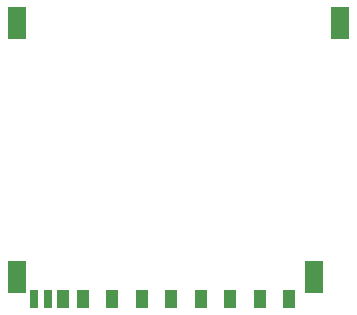
<source format=gbr>
%TF.GenerationSoftware,KiCad,Pcbnew,(5.1.9)-1*%
%TF.CreationDate,2021-10-09T09:33:42-04:00*%
%TF.ProjectId,Control Board,436f6e74-726f-46c2-9042-6f6172642e6b,rev?*%
%TF.SameCoordinates,Original*%
%TF.FileFunction,Paste,Bot*%
%TF.FilePolarity,Positive*%
%FSLAX46Y46*%
G04 Gerber Fmt 4.6, Leading zero omitted, Abs format (unit mm)*
G04 Created by KiCad (PCBNEW (5.1.9)-1) date 2021-10-09 09:33:42*
%MOMM*%
%LPD*%
G01*
G04 APERTURE LIST*
%ADD10R,1.500000X2.800000*%
%ADD11R,0.700000X1.500000*%
%ADD12R,1.000000X1.500000*%
G04 APERTURE END LIST*
D10*
%TO.C,J4*%
X173040000Y-69865000D03*
X173040000Y-48365000D03*
X200340000Y-48365000D03*
X198140000Y-69865000D03*
D11*
X174435000Y-71665000D03*
X175635000Y-71665000D03*
D12*
X196065000Y-71665000D03*
X176935000Y-71665000D03*
X178635000Y-71665000D03*
X181065000Y-71665000D03*
X183565000Y-71665000D03*
X186065000Y-71665000D03*
X188565000Y-71665000D03*
X191065000Y-71665000D03*
X193565000Y-71665000D03*
%TD*%
M02*

</source>
